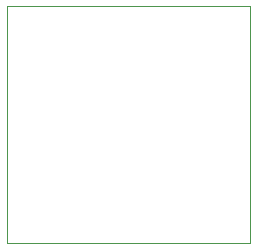
<source format=gbr>
G04 #@! TF.GenerationSoftware,KiCad,Pcbnew,(5.1.6)-1*
G04 #@! TF.CreationDate,2020-09-18T14:42:58-04:00*
G04 #@! TF.ProjectId,4wireadapter,34776972-6561-4646-9170-7465722e6b69,rev?*
G04 #@! TF.SameCoordinates,Original*
G04 #@! TF.FileFunction,Profile,NP*
%FSLAX46Y46*%
G04 Gerber Fmt 4.6, Leading zero omitted, Abs format (unit mm)*
G04 Created by KiCad (PCBNEW (5.1.6)-1) date 2020-09-18 14:42:58*
%MOMM*%
%LPD*%
G01*
G04 APERTURE LIST*
G04 #@! TA.AperFunction,Profile*
%ADD10C,0.120000*%
G04 #@! TD*
G04 APERTURE END LIST*
D10*
X158750000Y-91186000D02*
X158750000Y-71120000D01*
X179324000Y-91186000D02*
X158750000Y-91186000D01*
X179324000Y-71120000D02*
X179324000Y-91186000D01*
X158750000Y-71120000D02*
X179324000Y-71120000D01*
M02*

</source>
